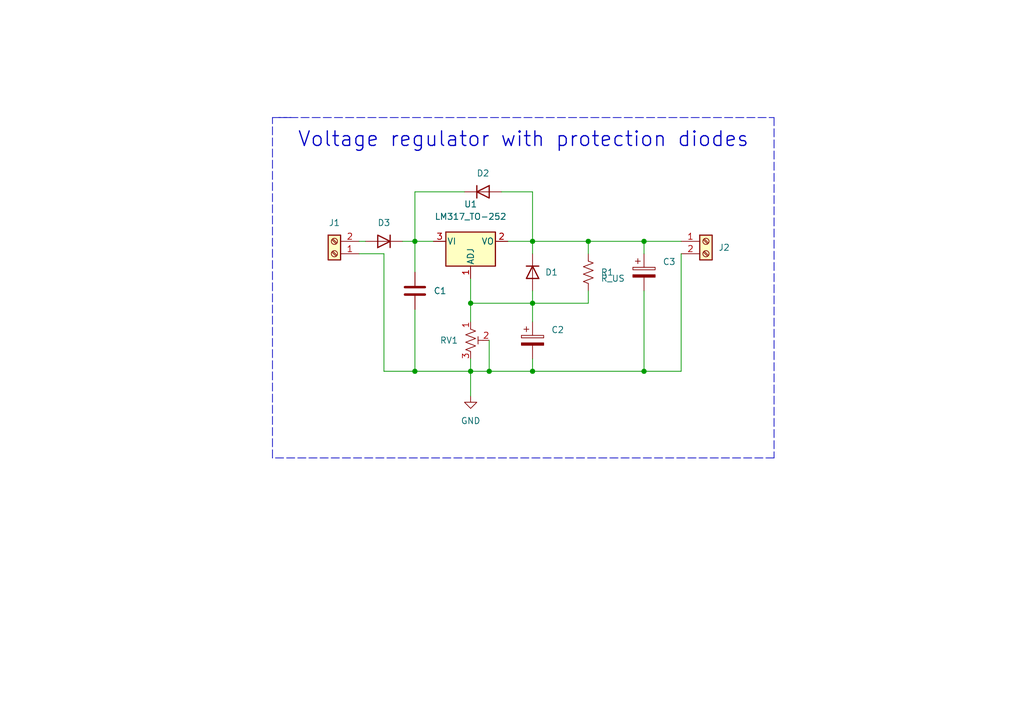
<source format=kicad_sch>
(kicad_sch (version 20211123) (generator eeschema)
  (paper "A5")
  (title_block (title "LM317 regulador") (date "2025-04-02") (rev "V1"))
  (lib_symbols
    (symbol "Connector:Screw_Terminal_01x02" (pin_names (offset 1.016) hide)
      (property "Reference" "J" (at 0 2.54 0))
      (property "Value" "Screw_Terminal_01x02" (at 0 -5.08 0))
      (symbol "Screw_Terminal_01x02_1_1"
        (rectangle (start -1.27 1.27) (end 1.27 -3.81) (stroke (width 0.254)) (fill (type background)))
        (circle (center 0 -2.54) (radius 0.635) (stroke (width 0.1524)))
        (polyline (pts (xy -0.5334 -2.2098) (xy 0.3302 -3.048)) (stroke (width 0.1524)))
        (polyline (pts (xy -0.5334 0.3302) (xy 0.3302 -0.508)) (stroke (width 0.1524)))
        (polyline (pts (xy -0.3556 -2.032) (xy 0.508 -2.8702)) (stroke (width 0.1524)))
        (polyline (pts (xy -0.3556 0.508) (xy 0.508 -0.3302)) (stroke (width 0.1524)))
        (circle (center 0 0) (radius 0.635) (stroke (width 0.1524)))
        (pin passive line (at -5.08 0 0) (length 3.81) (name "Pin_1") (number "1"))
        (pin passive line (at -5.08 -2.54 0) (length 3.81) (name "Pin_2") (number "2"))
      )
    )
    (symbol "Device:C" (pin_numbers hide) (pin_names (offset 0.254))
      (property "Reference" "C" (at 0.635 2.54 0))
      (property "Value" "C" (at 0.635 -2.54 0))
      (symbol "C_0_1"
        (polyline (pts (xy -2.032 -0.762) (xy 2.032 -0.762)) (stroke (width 0.508)))
        (polyline (pts (xy -2.032 0.762) (xy 2.032 0.762)) (stroke (width 0.508)))
      )
      (symbol "C_1_1"
        (pin passive line (at 0 3.81 270) (length 2.794) (name "~") (number "1"))
        (pin passive line (at 0 -3.81 90) (length 2.794) (name "~") (number "2"))
      )
    )
    (symbol "Device:C_Polarized" (pin_numbers hide) (pin_names (offset 0.254))
      (property "Reference" "C" (at 0.635 2.54 0))
      (property "Value" "C_Polarized" (at 0.635 -2.54 0))
      (symbol "C_Polarized_0_1"
        (rectangle (start -2.286 0.508) (end 2.286 1.016))
        (polyline (pts (xy -1.778 2.286) (xy -0.762 2.286)))
        (polyline (pts (xy -1.27 2.794) (xy -1.27 1.778)))
        (rectangle (start 2.286 -0.508) (end -2.286 -1.016) (fill (type outline)))
      )
      (symbol "C_Polarized_1_1"
        (pin passive line (at 0 3.81 270) (length 2.794) (name "~") (number "1"))
        (pin passive line (at 0 -3.81 90) (length 2.794) (name "~") (number "2"))
      )
    )
    (symbol "Device:R_Potentiometer_Trim_US" (pin_names (offset 1.016) hide)
      (property "Reference" "RV" (at -4.445 0 90))
      (property "Value" "R_Potentiometer_Trim_US" (at -2.54 0 90))
      (symbol "R_Potentiometer_Trim_US_0_1"
        (polyline (pts (xy 0 -2.286) (xy 0 -2.54)))
        (polyline (pts (xy 0 2.286) (xy 0 2.54)))
        (polyline (pts (xy 1.524 0.762) (xy 1.524 -0.762)))
        (polyline (pts (xy 2.54 0) (xy 1.524 0)))
        (polyline (pts (xy 0 -0.762) (xy 1.016 -1.143) (xy 0 -1.524) (xy -1.016 -1.905) (xy 0 -2.286)))
        (polyline (pts (xy 0 0.762) (xy 1.016 0.381) (xy 0 0) (xy -1.016 -0.381) (xy 0 -0.762)))
        (polyline (pts (xy 0 2.286) (xy 1.016 1.905) (xy 0 1.524) (xy -1.016 1.143) (xy 0 0.762)))
      )
      (symbol "R_Potentiometer_Trim_US_1_1"
        (pin passive line (at 0 3.81 270) (length 1.27) (name "1") (number "1"))
        (pin passive line (at 3.81 0 180) (length 1.27) (name "2") (number "2"))
        (pin passive line (at 0 -3.81 90) (length 1.27) (name "3") (number "3"))
      )
    )
    (symbol "Device:R_US" (pin_numbers hide) (pin_names (offset 0))
      (property "Reference" "R" (at 2.54 0 90))
      (property "Value" "R_US" (at -2.54 0 90))
      (symbol "R_US_0_1"
        (polyline (pts (xy 0 -2.286) (xy 0 -2.54)))
        (polyline (pts (xy 0 2.286) (xy 0 2.54)))
        (polyline (pts (xy 0 -0.762) (xy 1.016 -1.143) (xy 0 -1.524) (xy -1.016 -1.905) (xy 0 -2.286)))
        (polyline (pts (xy 0 0.762) (xy 1.016 0.381) (xy 0 0) (xy -1.016 -0.381) (xy 0 -0.762)))
        (polyline (pts (xy 0 2.286) (xy 1.016 1.905) (xy 0 1.524) (xy -1.016 1.143) (xy 0 0.762)))
      )
      (symbol "R_US_1_1"
        (pin passive line (at 0 3.81 270) (length 1.27) (name "~") (number "1"))
        (pin passive line (at 0 -3.81 90) (length 1.27) (name "~") (number "2"))
      )
    )
    (symbol "Regulator_Linear:LM317_TO-252" (pin_names (offset 0.254))
      (property "Reference" "U" (at -3.81 3.175 0))
      (property "Value" "LM317_TO-252" (at 0 3.175 0))
      (symbol "LM317_TO-252_0_1"
        (rectangle (start -5.08 1.905) (end 5.08 -5.08) (stroke (width 0.254)) (fill (type background)))
      )
      (symbol "LM317_TO-252_1_1"
        (pin input line (at 0 -7.62 90) (length 2.54) (name "ADJ") (number "1"))
        (pin power_out line (at 7.62 0 180) (length 2.54) (name "VO") (number "2"))
        (pin power_in line (at -7.62 0 0) (length 2.54) (name "VI") (number "3"))
      )
    )
    (symbol "Simulation_SPICE:DIODE" (pin_numbers hide) (pin_names (offset 1.016) hide)
      (property "Reference" "D" (at 0 2.54 0))
      (property "Value" "DIODE" (at 0 -2.54 0))
      (symbol "DIODE_0_1"
        (polyline (pts (xy 1.27 0) (xy -1.27 0)))
        (polyline (pts (xy 1.27 1.27) (xy 1.27 -1.27)) (stroke (width 0.254)))
        (polyline (pts (xy -1.27 -1.27) (xy -1.27 1.27) (xy 1.27 0) (xy -1.27 -1.27)) (stroke (width 0.254)))
      )
      (symbol "DIODE_1_1"
        (pin passive line (at -3.81 0 0) (length 2.54) (name "A") (number "1"))
        (pin passive line (at 3.81 0 180) (length 2.54) (name "K") (number "2"))
      )
    )
    (symbol "power:GND" (power) (pin_names (offset 0))
      (property "Value" "GND" (at 0 -3.81 0))
      (symbol "GND_0_1"
        (polyline (pts (xy 0 0) (xy 0 -1.27) (xy 1.27 -1.27) (xy 0 -2.54) (xy -1.27 -1.27) (xy 0 -1.27)))
      )
      (symbol "GND_1_1"
        (pin power_in line (at 0 0 270) (length 0) hide (name "GND") (number "1"))
      )
    )
  )
  (junction (at 96.52 62.23))
  (junction (at 109.22 62.23))
  (junction (at 85.09 76.2))
  (junction (at 100.33 76.2))
  (junction (at 109.22 76.2))
  (junction (at 132.08 76.2))
  (junction (at 120.65 49.53))
  (junction (at 109.22 49.53))
  (junction (at 132.08 49.53))
  (junction (at 85.09 49.53))
  (junction (at 96.52 76.2))
  (polyline (pts (xy 57.15 24.13) (xy 158.75 24.13)))
  (wire (pts (xy 85.09 63.5) (xy 85.09 76.2)))
  (wire (pts (xy 95.25 39.37) (xy 85.09 39.37)))
  (wire (pts (xy 109.22 73.66) (xy 109.22 76.2)))
  (wire (pts (xy 132.08 52.07) (xy 132.08 49.53)))
  (polyline (pts (xy 158.75 24.13) (xy 158.75 93.98)))
  (wire (pts (xy 85.09 76.2) (xy 96.52 76.2)))
  (wire (pts (xy 120.65 49.53) (xy 132.08 49.53)))
  (wire (pts (xy 85.09 49.53) (xy 85.09 55.88)))
  (wire (pts (xy 104.14 49.53) (xy 109.22 49.53)))
  (wire (pts (xy 85.09 49.53) (xy 88.9 49.53)))
  (wire (pts (xy 74.93 49.53) (xy 73.66 49.53)))
  (wire (pts (xy 109.22 39.37) (xy 102.87 39.37)))
  (wire (pts (xy 132.08 76.2) (xy 109.22 76.2)))
  (wire (pts (xy 120.65 59.69) (xy 120.65 62.23)))
  (wire (pts (xy 73.66 52.07) (xy 78.74 52.07)))
  (wire (pts (xy 109.22 49.53) (xy 109.22 39.37)))
  (wire (pts (xy 109.22 49.53) (xy 109.22 52.07)))
  (wire (pts (xy 109.22 62.23) (xy 109.22 59.69)))
  (wire (pts (xy 139.7 76.2) (xy 132.08 76.2)))
  (wire (pts (xy 85.09 39.37) (xy 85.09 49.53)))
  (wire (pts (xy 96.52 76.2) (xy 96.52 81.28)))
  (wire (pts (xy 139.7 52.07) (xy 139.7 76.2)))
  (wire (pts (xy 96.52 73.66) (xy 96.52 76.2)))
  (wire (pts (xy 96.52 62.23) (xy 109.22 62.23)))
  (wire (pts (xy 132.08 49.53) (xy 139.7 49.53)))
  (wire (pts (xy 82.55 49.53) (xy 85.09 49.53)))
  (wire (pts (xy 100.33 76.2) (xy 96.52 76.2)))
  (wire (pts (xy 96.52 57.15) (xy 96.52 62.23)))
  (wire (pts (xy 120.65 49.53) (xy 109.22 49.53)))
  (wire (pts (xy 120.65 52.07) (xy 120.65 49.53)))
  (polyline (pts (xy 158.75 93.98) (xy 55.88 93.98)))
  (polyline (pts (xy 55.88 93.98) (xy 55.88 24.13)))
  (wire (pts (xy 78.74 76.2) (xy 85.09 76.2)))
  (wire (pts (xy 120.65 62.23) (xy 109.22 62.23)))
  (wire (pts (xy 132.08 59.69) (xy 132.08 76.2)))
  (wire (pts (xy 100.33 69.85) (xy 100.33 76.2)))
  (wire (pts (xy 96.52 62.23) (xy 96.52 66.04)))
  (wire (pts (xy 78.74 52.07) (xy 78.74 76.2)))
  (polyline (pts (xy 55.88 24.13) (xy 59.69 24.13)))
  (wire (pts (xy 109.22 76.2) (xy 100.33 76.2)))
  (wire (pts (xy 109.22 62.23) (xy 109.22 66.04)))
  (text "Voltage regulator with protection diodes" (at 60.96 30.48 0) (effects (font (size 3 3) (thickness 0.254) bold) (justify left bottom)))
  (symbol (lib_id "Device:C_Polarized") (at 132.08 55.88 0) (unit 1)
    (property "Reference" "C3" (at 135.89 53.7209 0) (effects (justify left)))
    (property "Value" "C_Polarized" (effects hide))
    (property "Footprint" "Capacitor_SMD:CP_Elec_6.3x5.8" (effects hide))
  )
  (symbol (lib_id "Simulation_SPICE:DIODE") (at 78.74 49.53 0) (unit 1)
    (property "Reference" "D3" (at 78.74 45.72 0))
    (property "Value" "DIODE" (effects hide))
    (property "Footprint" "Diode_SMD:D_SMA" (effects hide))
    (property "Spice_Netlist_Enabled" "Y" (effects hide))
    (property "Spice_Primitive" "D" (effects hide))
  )
  (symbol (lib_id "Connector:Screw_Terminal_01x02") (at 68.58 52.07 180) (unit 1)
    (property "Reference" "J1" (at 68.58 45.72 0))
    (property "Value" "Screw_Terminal_01x02" (effects hide))
    (property "Footprint" "TerminalBlock_Phoenix:TerminalBlock_Phoenix_MKDS-1,5-2-5.08_1x02_P5.08mm_Horizontal" (effects hide))
  )
  (symbol (lib_id "Simulation_SPICE:DIODE") (at 109.22 55.88 90) (unit 1)
    (property "Reference" "D1" (at 111.76 55.8799 90) (effects (justify right)))
    (property "Value" "DIODE" (effects hide))
    (property "Footprint" "Diode_SMD:D_SMA" (effects hide))
    (property "Spice_Netlist_Enabled" "Y" (effects hide))
    (property "Spice_Primitive" "D" (effects hide))
  )
  (symbol (lib_id "Regulator_Linear:LM317_TO-252") (at 96.52 49.53 0) (unit 1)
    (property "Reference" "U1" (at 96.52 41.91 0))
    (property "Value" "LM317_TO-252" (at 96.52 44.45 0))
    (property "Footprint" "Package_TO_SOT_SMD:TO-252-2" (effects hide))
    (property "Datasheet" "http://www.ti.com/lit/ds/snvs774n/snvs774n.pdf" (effects hide))
  )
  (symbol (lib_id "power:GND") (at 96.52 81.28 0) (unit 1)
    (property "Reference" "#PWR0101" (effects hide))
    (property "Value" "GND" (at 96.52 86.36 0))
  )
  (symbol (lib_id "Device:R_Potentiometer_Trim_US") (at 96.52 69.85 0) (unit 1)
    (property "Reference" "RV1" (at 93.98 69.8499 0) (effects (justify right)))
    (property "Value" "R_Potentiometer_Trim_US" (effects hide))
    (property "Footprint" "Potentiometer_THT:Potentiometer_Bourns_3296W_Vertical" (effects hide))
  )
  (symbol (lib_id "Device:C_Polarized") (at 109.22 69.85 0) (unit 1)
    (property "Reference" "C2" (at 113.03 67.6909 0) (effects (justify left)))
    (property "Value" "C_Polarized" (effects hide))
    (property "Footprint" "Capacitor_SMD:CP_Elec_6.3x5.8" (effects hide))
  )
  (symbol (lib_id "Device:R_US") (at 120.65 55.88 0) (unit 1)
    (property "Reference" "R1" (at 123.19 55.8799 0) (effects (justify left)))
    (property "Value" "R_US" (at 123.19 57.1499 0) (effects (justify left)))
    (property "Footprint" "Resistor_SMD:R_1206_3216Metric" (effects hide))
  )
  (symbol (lib_id "Device:C") (at 85.09 59.69 0) (unit 1)
    (property "Reference" "C1" (at 88.9 59.6899 0) (effects (justify left)))
    (property "Value" "C" (effects hide))
  )
  (symbol (lib_id "Simulation_SPICE:DIODE") (at 99.06 39.37 180) (unit 1)
    (property "Reference" "D2" (at 99.06 35.56 0))
    (property "Value" "DIODE" (effects hide))
    (property "Footprint" "Diode_SMD:D_SMA" (effects hide))
    (property "Spice_Netlist_Enabled" "Y" (effects hide))
    (property "Spice_Primitive" "D" (effects hide))
  )
  (symbol (lib_id "Connector:Screw_Terminal_01x02") (at 144.78 49.53 0) (unit 1)
    (property "Reference" "J2" (at 147.32 50.7999 0) (effects (justify left)))
    (property "Value" "Screw_Terminal_01x02" (effects hide))
    (property "Footprint" "TerminalBlock_Phoenix:TerminalBlock_Phoenix_MKDS-1,5-2-5.08_1x02_P5.08mm_Horizontal" (effects hide))
  )
)
</source>
